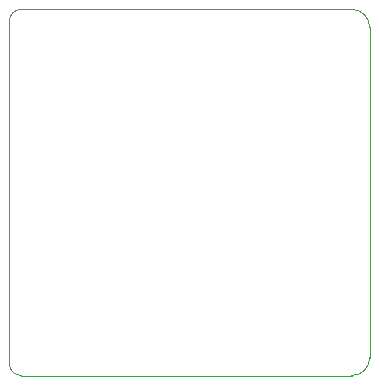
<source format=gbr>
G04 #@! TF.GenerationSoftware,KiCad,Pcbnew,5.1.10*
G04 #@! TF.CreationDate,2021-09-16T01:02:32+02:00*
G04 #@! TF.ProjectId,pressureSensorHolder,70726573-7375-4726-9553-656e736f7248,rev?*
G04 #@! TF.SameCoordinates,Original*
G04 #@! TF.FileFunction,Profile,NP*
%FSLAX46Y46*%
G04 Gerber Fmt 4.6, Leading zero omitted, Abs format (unit mm)*
G04 Created by KiCad (PCBNEW 5.1.10) date 2021-09-16 01:02:32*
%MOMM*%
%LPD*%
G01*
G04 APERTURE LIST*
G04 #@! TA.AperFunction,Profile*
%ADD10C,0.050000*%
G04 #@! TD*
G04 APERTURE END LIST*
D10*
X128942200Y-99157400D02*
G75*
G02*
X127942200Y-98157400I0J1000000D01*
G01*
X127942200Y-69157400D02*
G75*
G02*
X128942200Y-68157400I1000000J0D01*
G01*
X158442200Y-97657400D02*
G75*
G02*
X156942200Y-99157400I-1500000J0D01*
G01*
X156942200Y-68157400D02*
G75*
G02*
X158442200Y-69657400I0J-1500000D01*
G01*
X158442200Y-97657400D02*
X158442200Y-69657400D01*
X128942200Y-99157400D02*
X156942200Y-99157400D01*
X127942200Y-69157400D02*
X127942200Y-98157400D01*
X156942200Y-68157400D02*
X128942200Y-68157400D01*
M02*

</source>
